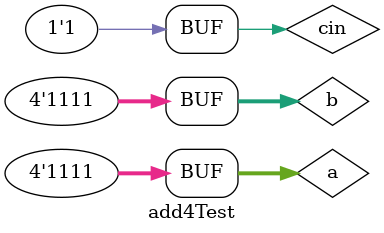
<source format=v>
`timescale 1ns / 1ps


module add4Test;

	// Inputs
	reg [3:0] a;
	reg [3:0] b;
	reg cin;

	// Outputs
	wire [3:0] sum;
	wire cout;

	// Instantiate the Unit Under Test (UUT)
	add4 uut (
		.a(a), 
		.b(b), 
		.cin(cin), 
		.sum(sum), 
		.cout(cout)
	);

	initial begin
		// Initialize Inputs
		a = 15;
		b = 15;
		cin = 1;

		// Wait 100 ns for global reset to finish
		#100;
        
		// Add stimulus here
	/*	repeat (7) begin
		#50
		a = a+1;
			repeat (7) begin
			#50
			b = b+1;
			end
		end*/

	end
      
endmodule


</source>
